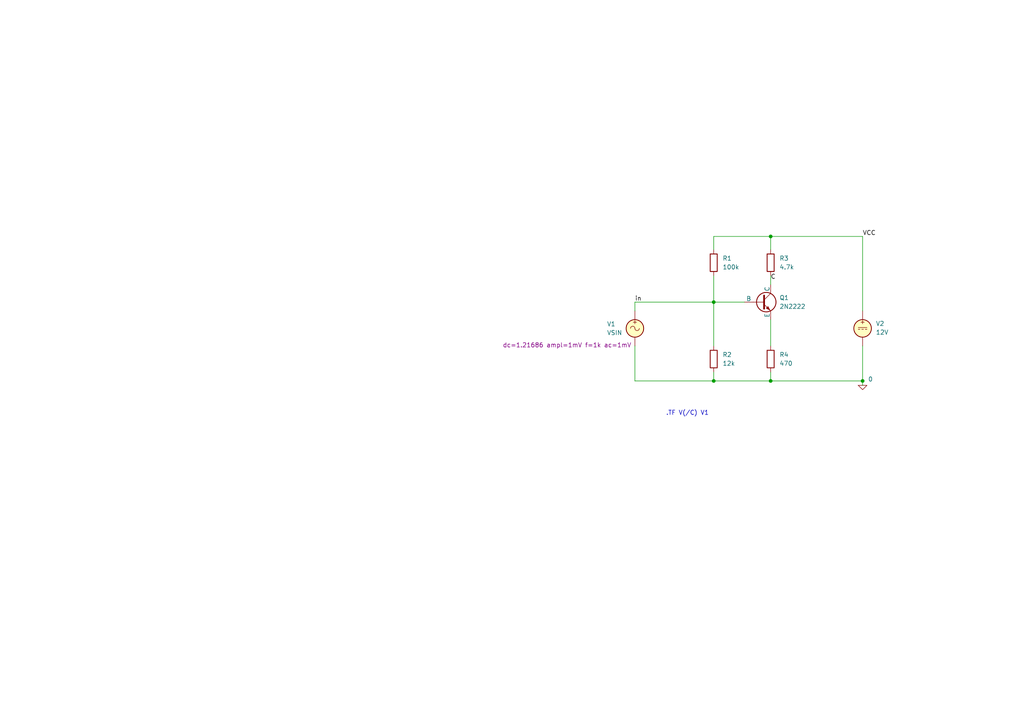
<source format=kicad_sch>
(kicad_sch (version 20250114) (generator "eeschema") (generator_version "9.0")
  (paper "A4")
  (lib_symbols
    (symbol "Device:R" (pin_numbers (hide yes)) (pin_names (offset 0))
      (property "Reference" "R" (at 2.032 0 90))
      (property "Value" "R" (at 0 0 90))
      (symbol "R_0_1"
        (rectangle (start -1.016 -2.54) (end 1.016 2.54) (stroke (width 0.254)))
      )
      (symbol "R_1_1"
        (pin passive line (at 0 3.81 270) (length 1.27) (name "~") (number "1"))
        (pin passive line (at 0 -3.81 90) (length 1.27) (name "~") (number "2"))
      )
    )
    (symbol "Simulation_SPICE:0" (power) (pin_numbers (hide yes)) (pin_names (offset 0) (hide yes))
      (property "Value" "0" (at 0 -2.54 0))
      (symbol "0_0_1"
        (polyline (pts (xy -1.27 0) (xy 0 -1.27) (xy 1.27 0) (xy -1.27 0)))
      )
      (symbol "0_1_1"
        (pin power_in line (at 0 0 0) (length 0) (name "~") (number "1"))
      )
    )
    (symbol "Simulation_SPICE:NPN" (pin_numbers (hide yes)) (pin_names (offset 0))
      (property "Reference" "Q" (at -2.54 7.62 0))
      (property "Value" "NPN" (at -2.54 5.08 0))
      (symbol "NPN_0_1"
        (polyline (pts (xy -2.54 0) (xy 0.635 0)) (stroke (width 0.1524)))
        (polyline (pts (xy 0.635 1.905) (xy 0.635 -1.905) (xy 0.635 -1.905)) (stroke (width 0.508)))
        (polyline (pts (xy 0.635 0.635) (xy 2.54 2.54)))
        (polyline (pts (xy 0.635 -0.635) (xy 2.54 -2.54) (xy 2.54 -2.54)))
        (circle (center 1.27 0) (radius 2.8194) (stroke (width 0.254)))
        (polyline (pts (xy 1.27 -1.778) (xy 1.778 -1.27) (xy 2.286 -2.286) (xy 1.27 -1.778) (xy 1.27 -1.778)) (fill (type outline)))
        (polyline (pts (xy 2.794 -1.27) (xy 2.794 -1.27)) (stroke (width 0.1524)))
        (polyline (pts (xy 2.794 -1.27) (xy 2.794 -1.27)) (stroke (width 0.1524)))
      )
      (symbol "NPN_1_1"
        (pin input line (at -5.08 0 0) (length 2.54) (name "B") (number "2"))
        (pin open_collector line (at 2.54 5.08 270) (length 2.54) (name "C") (number "1"))
        (pin open_emitter line (at 2.54 -5.08 90) (length 2.54) (name "E") (number "3"))
      )
    )
    (symbol "Simulation_SPICE:VDC" (pin_numbers (hide yes)) (pin_names (offset 0.0254))
      (property "Reference" "V" (at 2.54 2.54 0))
      (property "Value" "1" (at 2.54 0 0))
      (symbol "VDC_0_0"
        (polyline (pts (xy -1.27 0.254) (xy 1.27 0.254)))
        (polyline (pts (xy -0.762 -0.254) (xy -1.27 -0.254)))
        (polyline (pts (xy 0.254 -0.254) (xy -0.254 -0.254)))
        (polyline (pts (xy 1.27 -0.254) (xy 0.762 -0.254)))
        (text "+" (at 0 1.905 0) (effects (font (size 1.27 1.27))))
      )
      (symbol "VDC_0_1"
        (circle (center 0 0) (radius 2.54) (stroke (width 0.254)) (fill (type background)))
      )
      (symbol "VDC_1_1"
        (pin passive line (at 0 5.08 270) (length 2.54) (name "~") (number "1"))
        (pin passive line (at 0 -5.08 90) (length 2.54) (name "~") (number "2"))
      )
    )
    (symbol "Simulation_SPICE:VSIN" (pin_numbers (hide yes)) (pin_names (offset 0.0254))
      (property "Reference" "V" (at 2.54 2.54 0))
      (property "Value" "VSIN" (at 2.54 0 0))
      (property "Sim.Params" "dc=0 ampl=1 f=1k ac=1" (at 2.54 -2.54 0))
      (symbol "VSIN_0_0"
        (arc (start -1.27 0) (mid -0.635 0.6323) (end 0 0))
        (arc (start 1.27 0) (mid 0.635 -0.6323) (end 0 0))
        (text "+" (at 0 1.905 0) (effects (font (size 1.27 1.27))))
      )
      (symbol "VSIN_0_1"
        (circle (center 0 0) (radius 2.54) (stroke (width 0.254)) (fill (type background)))
      )
      (symbol "VSIN_1_1"
        (pin passive line (at 0 5.08 270) (length 2.54) (name "~") (number "1"))
        (pin passive line (at 0 -5.08 90) (length 2.54) (name "~") (number "2"))
      )
    )
  )
  (text ".TF V(/C) V1\n" (at 199.39 119.888 0) (effects (font (size 1.27 1.27))))
  (junction (at 250.19 110.49))
  (junction (at 207.01 87.63))
  (junction (at 207.01 110.49))
  (junction (at 223.52 110.49))
  (junction (at 223.52 68.58))
  (wire (pts (xy 207.01 87.63) (xy 215.9 87.63)))
  (wire (pts (xy 250.19 110.49) (xy 250.19 111.76)))
  (wire (pts (xy 223.52 110.49) (xy 250.19 110.49)))
  (wire (pts (xy 184.15 110.49) (xy 207.01 110.49)))
  (wire (pts (xy 250.19 100.33) (xy 250.19 110.49)))
  (wire (pts (xy 207.01 80.01) (xy 207.01 87.63)))
  (wire (pts (xy 223.52 68.58) (xy 207.01 68.58)))
  (wire (pts (xy 184.15 100.33) (xy 184.15 110.49)))
  (wire (pts (xy 250.19 68.58) (xy 250.19 90.17)))
  (wire (pts (xy 207.01 68.58) (xy 207.01 72.39)))
  (wire (pts (xy 223.52 107.95) (xy 223.52 110.49)))
  (wire (pts (xy 184.15 87.63) (xy 207.01 87.63)))
  (wire (pts (xy 223.52 80.01) (xy 223.52 82.55)))
  (wire (pts (xy 223.52 92.71) (xy 223.52 100.33)))
  (wire (pts (xy 223.52 68.58) (xy 250.19 68.58)))
  (wire (pts (xy 184.15 90.17) (xy 184.15 87.63)))
  (wire (pts (xy 207.01 107.95) (xy 207.01 110.49)))
  (wire (pts (xy 207.01 87.63) (xy 207.01 100.33)))
  (wire (pts (xy 223.52 72.39) (xy 223.52 68.58)))
  (wire (pts (xy 207.01 110.49) (xy 223.52 110.49)))
  (label "C" (at 223.52 81.28 0))
  (label "VCC" (at 250.19 68.58 0))
  (label "in" (at 184.15 87.63 0))
  (symbol (lib_id "Simulation_SPICE:0") (at 250.19 111.76 0) (unit 1)
    (property "Reference" "#GND01" (effects (hide yes)))
    (property "Value" "0" (at 252.476 109.982 0))
    (property "Datasheet" "https://ngspice.sourceforge.io/docs/ngspice-html-manual/manual.xhtml#subsec_Circuit_elements__device" (effects (hide yes)))
    (property "Description" "0V reference potential for simulation" (effects (hide yes)))
  )
  (symbol (lib_id "Device:R") (at 207.01 76.2 0) (unit 1)
    (property "Reference" "R1" (at 209.55 74.9299 0) (effects (justify left)))
    (property "Value" "100k" (at 209.55 77.4699 0) (effects (justify left)))
    (property "Description" "Resistor" (effects (hide yes)))
  )
  (symbol (lib_id "Device:R") (at 223.52 76.2 0) (unit 1)
    (property "Reference" "R3" (at 226.06 74.9299 0) (effects (justify left)))
    (property "Value" "4.7k" (at 226.06 77.4699 0) (effects (justify left)))
    (property "Description" "Resistor" (effects (hide yes)))
  )
  (symbol (lib_id "Simulation_SPICE:VSIN") (at 184.15 95.25 0) (unit 1)
    (property "Reference" "V1" (at 176.022 93.98 0) (effects (justify left)))
    (property "Value" "VSIN" (at 176.022 96.52 0) (effects (justify left)))
    (property "Datasheet" "https://ngspice.sourceforge.io/docs/ngspice-html-manual/manual.xhtml#sec_Independent_Sources_for" (effects (hide yes)))
    (property "Description" "Voltage source, sinusoidal" (effects (hide yes)))
    (property "Sim.Pins" "1=+ 2=-" (effects (hide yes)))
    (property "Sim.Params" "dc=1.21686 ampl=1mV f=1k ac=1mV" (at 145.796 100.076 0) (effects (justify left)))
    (property "Sim.Type" "SIN" (effects (hide yes)))
    (property "Sim.Device" "V" (effects (hide yes)))
  )
  (symbol (lib_id "Device:R") (at 207.01 104.14 0) (unit 1)
    (property "Reference" "R2" (at 209.55 102.8699 0) (effects (justify left)))
    (property "Value" "12k" (at 209.55 105.4099 0) (effects (justify left)))
    (property "Description" "Resistor" (effects (hide yes)))
  )
  (symbol (lib_id "Simulation_SPICE:VDC") (at 250.19 95.25 0) (unit 1)
    (property "Reference" "V2" (at 254 93.8501 0) (effects (justify left)))
    (property "Value" "12V" (at 254 96.3901 0) (effects (justify left)))
    (property "Datasheet" "https://ngspice.sourceforge.io/docs/ngspice-html-manual/manual.xhtml#sec_Independent_Sources_for" (effects (hide yes)))
    (property "Description" "Voltage source, DC" (effects (hide yes)))
    (property "Sim.Pins" "1=+ 2=-" (effects (hide yes)))
    (property "Sim.Type" "DC" (effects (hide yes)))
    (property "Sim.Device" "V" (effects (hide yes)))
  )
  (symbol (lib_id "Device:R") (at 223.52 104.14 0) (unit 1)
    (property "Reference" "R4" (at 226.06 102.8699 0) (effects (justify left)))
    (property "Value" "470" (at 226.06 105.4099 0) (effects (justify left)))
    (property "Description" "Resistor" (effects (hide yes)))
  )
  (symbol (lib_id "Simulation_SPICE:NPN") (at 220.98 87.63 0) (unit 1)
    (property "Reference" "Q1" (at 226.06 86.3599 0) (effects (justify left)))
    (property "Value" "2N2222" (at 226.06 88.8999 0) (effects (justify left)))
    (property "Datasheet" "https://ngspice.sourceforge.io/docs/ngspice-html-manual/manual.xhtml#cha_BJTs" (effects (hide yes)))
    (property "Description" "Bipolar transistor symbol for simulation only, substrate tied to the emitter" (effects (hide yes)))
    (property "Sim.Device" "NPN" (effects (hide yes)))
    (property "Sim.Type" "GUMMELPOON" (effects (hide yes)))
    (property "Sim.Pins" "1=C 2=B 3=E" (effects (hide yes)))
    (property "Sim.Library" "lib/2N2222_central.LIB" (effects (hide yes)))
    (property "Sim.Name" "2N2222" (effects (hide yes)))
  )
)
</source>
